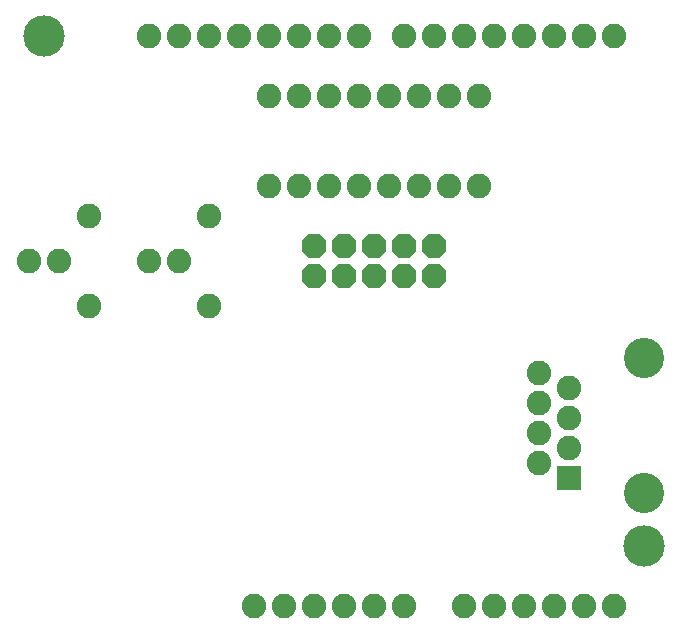
<source format=gbs>
G75*
G70*
%OFA0B0*%
%FSLAX24Y24*%
%IPPOS*%
%LPD*%
%AMOC8*
5,1,8,0,0,1.08239X$1,22.5*
%
%ADD10C,0.0820*%
%ADD11C,0.1380*%
%ADD12C,0.1340*%
%ADD13R,0.0820X0.0820*%
%ADD14OC8,0.0820*%
D10*
X015759Y001161D03*
X016759Y001161D03*
X017759Y001161D03*
X018759Y001161D03*
X019759Y001161D03*
X020759Y001161D03*
X022759Y001161D03*
X023759Y001161D03*
X024759Y001161D03*
X025759Y001161D03*
X026759Y001161D03*
X027759Y001161D03*
X025259Y005911D03*
X026259Y006411D03*
X025259Y006911D03*
X026259Y007411D03*
X025259Y007911D03*
X026259Y008411D03*
X025259Y008911D03*
X023259Y015161D03*
X022259Y015161D03*
X021259Y015161D03*
X020259Y015161D03*
X019259Y015161D03*
X018259Y015161D03*
X017259Y015161D03*
X016259Y015161D03*
X014259Y014161D03*
X013259Y012661D03*
X012259Y012661D03*
X014259Y011161D03*
X010259Y011161D03*
X009259Y012661D03*
X008259Y012661D03*
X010259Y014161D03*
X016259Y018161D03*
X017259Y018161D03*
X018259Y018161D03*
X019259Y018161D03*
X020259Y018161D03*
X021259Y018161D03*
X022259Y018161D03*
X023259Y018161D03*
X023759Y020161D03*
X024759Y020161D03*
X025759Y020161D03*
X026759Y020161D03*
X027759Y020161D03*
X022759Y020161D03*
X021759Y020161D03*
X020759Y020161D03*
X019259Y020161D03*
X018259Y020161D03*
X017259Y020161D03*
X016259Y020161D03*
X015259Y020161D03*
X014259Y020161D03*
X013259Y020161D03*
X012259Y020161D03*
D11*
X008759Y020161D03*
X028759Y003161D03*
D12*
X028759Y004911D03*
X028759Y009411D03*
D13*
X026259Y005411D03*
D14*
X021759Y012161D03*
X020759Y012161D03*
X019759Y012161D03*
X018759Y012161D03*
X017759Y012161D03*
X017759Y013161D03*
X018759Y013161D03*
X019759Y013161D03*
X020759Y013161D03*
X021759Y013161D03*
M02*

</source>
